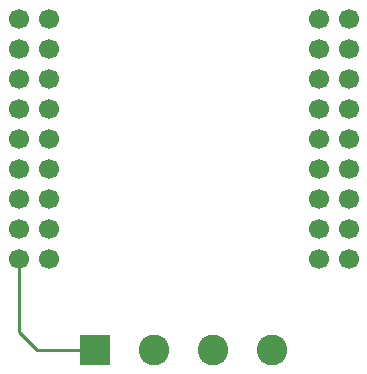
<source format=gbr>
%TF.GenerationSoftware,KiCad,Pcbnew,8.0.5*%
%TF.CreationDate,2024-09-19T11:43:03+02:00*%
%TF.ProjectId,QuinLED-ESP32-Lux,5175696e-4c45-4442-9d45-535033322d4c,rev?*%
%TF.SameCoordinates,Original*%
%TF.FileFunction,Copper,L1,Top*%
%TF.FilePolarity,Positive*%
%FSLAX46Y46*%
G04 Gerber Fmt 4.6, Leading zero omitted, Abs format (unit mm)*
G04 Created by KiCad (PCBNEW 8.0.5) date 2024-09-19 11:43:03*
%MOMM*%
%LPD*%
G01*
G04 APERTURE LIST*
%TA.AperFunction,ComponentPad*%
%ADD10C,1.700000*%
%TD*%
%TA.AperFunction,ComponentPad*%
%ADD11R,2.600000X2.600000*%
%TD*%
%TA.AperFunction,ComponentPad*%
%ADD12C,2.600000*%
%TD*%
%TA.AperFunction,Conductor*%
%ADD13C,0.250000*%
%TD*%
G04 APERTURE END LIST*
D10*
%TO.P,U1,1,GND*%
%TO.N,GND*%
X128040793Y-78640533D03*
%TO.P,U1,2,GND\u002A*%
%TO.N,unconnected-(U1-GND\u002A-Pad2)*%
X128040793Y-81180533D03*
%TO.P,U1,3,S_VN*%
%TO.N,unconnected-(U1-S_VN-Pad3)*%
X128040793Y-83720533D03*
%TO.P,U1,4,IO35*%
%TO.N,unconnected-(U1-IO35-Pad4)*%
X128040793Y-86260533D03*
%TO.P,U1,5,IO33*%
%TO.N,GPIO33*%
X128040793Y-88800533D03*
%TO.P,U1,6,IO34*%
%TO.N,unconnected-(U1-IO34-Pad6)*%
X128040793Y-91340533D03*
%TO.P,U1,7,IO14*%
%TO.N,unconnected-(U1-IO14-Pad7)*%
X128040793Y-93880533D03*
%TO.P,U1,8,3v3\u002A*%
%TO.N,unconnected-(U1-3v3\u002A-Pad8)*%
X128040793Y-96420533D03*
%TO.P,U1,9,5vF\u002A*%
%TO.N,+5V*%
X128040793Y-98960533D03*
%TO.P,U1,10,EN*%
%TO.N,unconnected-(U1-EN-Pad10)*%
X130580793Y-78640533D03*
%TO.P,U1,11,S_VP*%
%TO.N,unconnected-(U1-S_VP-Pad11)*%
X130580793Y-81180533D03*
%TO.P,U1,12,IO26*%
%TO.N,unconnected-(U1-IO26-Pad12)*%
X130580793Y-83720533D03*
%TO.P,U1,13,IO18*%
%TO.N,unconnected-(U1-IO18-Pad13)*%
X130580793Y-86260533D03*
%TO.P,U1,14,IO19*%
%TO.N,unconnected-(U1-IO19-Pad14)*%
X130580793Y-88800533D03*
%TO.P,U1,15,IO23*%
%TO.N,unconnected-(U1-IO23-Pad15)*%
X130580793Y-91340533D03*
%TO.P,U1,16,IO5*%
%TO.N,unconnected-(U1-IO5-Pad16)*%
X130580793Y-93880533D03*
%TO.P,U1,17,3v3*%
%TO.N,unconnected-(U1-3v3-Pad17)*%
X130580793Y-96420533D03*
%TO.P,U1,18,IO13*%
%TO.N,unconnected-(U1-IO13-Pad18)*%
X130580793Y-98960533D03*
%TO.P,U1,19,TXD*%
%TO.N,unconnected-(U1-TXD-Pad19)*%
X153440793Y-78640533D03*
%TO.P,U1,20,RXD*%
%TO.N,unconnected-(U1-RXD-Pad20)*%
X153440793Y-81180533D03*
%TO.P,U1,21,IO22*%
%TO.N,unconnected-(U1-IO22-Pad21)*%
X153440793Y-83720533D03*
%TO.P,U1,22,IO21*%
%TO.N,unconnected-(U1-IO21-Pad22)*%
X153440793Y-86260533D03*
%TO.P,U1,23,IO17*%
%TO.N,unconnected-(U1-IO17-Pad23)*%
X153440793Y-88800533D03*
%TO.P,U1,24,IO16*%
%TO.N,unconnected-(U1-IO16-Pad24)*%
X153440793Y-91340533D03*
%TO.P,U1,25,GND*%
%TO.N,unconnected-(U1-GND-Pad25)*%
X153440793Y-93880533D03*
%TO.P,U1,26,5v0*%
%TO.N,unconnected-(U1-5v0-Pad26)*%
X153440793Y-96420533D03*
%TO.P,U1,27,IO15*%
%TO.N,unconnected-(U1-IO15-Pad27)*%
X153440793Y-98960533D03*
%TO.P,U1,28,GND*%
%TO.N,unconnected-(U1-GND-Pad28)*%
X155980793Y-78640533D03*
%TO.P,U1,29,IO27*%
%TO.N,unconnected-(U1-IO27-Pad29)*%
X155980793Y-81180533D03*
%TO.P,U1,30,IO25*%
%TO.N,unconnected-(U1-IO25-Pad30)*%
X155980793Y-83720533D03*
%TO.P,U1,31,IO32*%
%TO.N,GPIO32*%
X155980793Y-86260533D03*
%TO.P,U1,32,IO12*%
%TO.N,unconnected-(U1-IO12-Pad32)*%
X155980793Y-88800533D03*
%TO.P,U1,33,IO_4*%
%TO.N,unconnected-(U1-IO_4-Pad33)*%
X155980793Y-91340533D03*
%TO.P,U1,34,IO_0*%
%TO.N,unconnected-(U1-IO_0-Pad34)*%
X155980793Y-93880533D03*
%TO.P,U1,35,IO_2*%
%TO.N,unconnected-(U1-IO_2-Pad35)*%
X155980793Y-96420533D03*
%TO.P,U1,36,NC*%
%TO.N,unconnected-(U1-NC-Pad36)*%
X155980793Y-98960533D03*
%TD*%
D11*
%TO.P,J1,1,Pin_1*%
%TO.N,+5V*%
X134460000Y-106680000D03*
D12*
%TO.P,J1,2,Pin_2*%
%TO.N,GPIO33*%
X139460000Y-106680000D03*
%TO.P,J1,3,Pin_3*%
%TO.N,GPIO32*%
X144460000Y-106680000D03*
%TO.P,J1,4,Pin_4*%
%TO.N,GND*%
X149460000Y-106680000D03*
%TD*%
D13*
%TO.N,+5V*%
X129540000Y-106680000D02*
X134460000Y-106680000D01*
X128040793Y-105180793D02*
X128040793Y-98960533D01*
X129540000Y-106680000D02*
X128040793Y-105180793D01*
%TD*%
M02*

</source>
